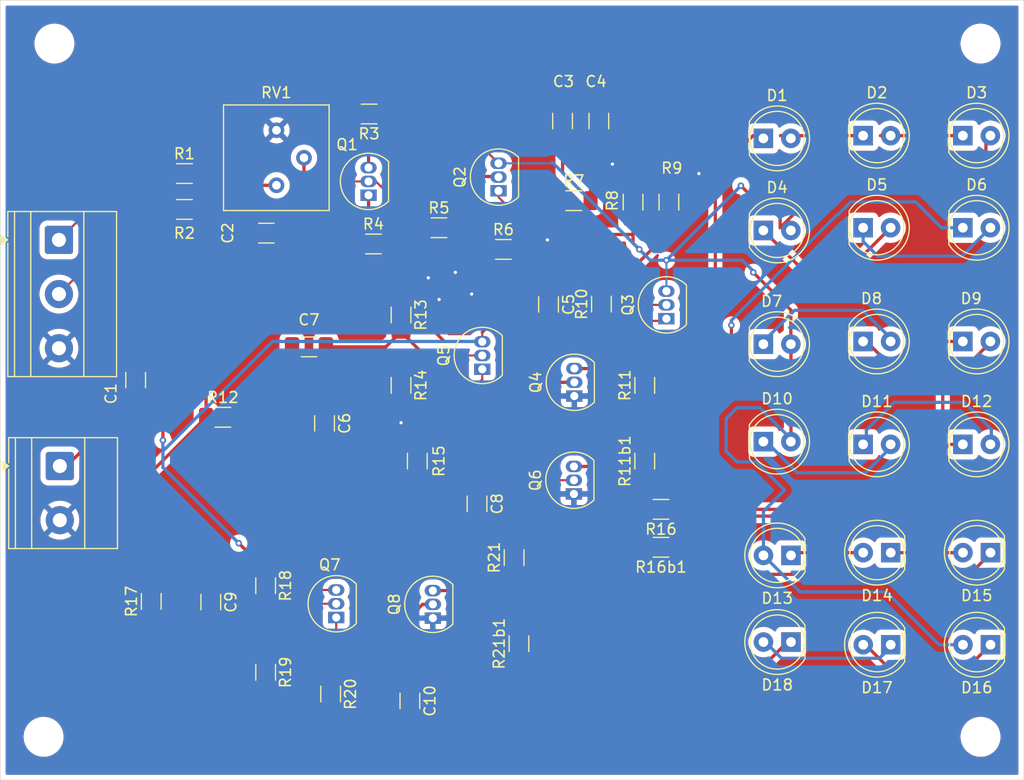
<source format=kicad_pcb>
(kicad_pcb (version 20241229) (generator "pcbnew") (generator_version "9.0")
  (layers (0 "F.Cu" signal) (2 "B.Cu" signal) (13 "F.Paste" user) (15 "B.Paste" user) (5 "F.SilkS" user "F.Silkscreen") (7 "B.SilkS" user "B.Silkscreen") (1 "F.Mask" user) (3 "B.Mask" user) (25 "Edge.Cuts" user))
  (net 0 "")
  (net 1 "VCC")
  (net 2 "GND")
  (net 3 "Net-(Q1-B)")
  (net 4 "Net-(C2-Pad1)")
  (net 5 "Net-(C3-Pad1)")
  (net 6 "Net-(Q3-B)")
  (net 7 "Net-(C6-Pad1)")
  (net 8 "Net-(Q5-B)")
  (net 9 "Net-(Q7-B)")
  (net 10 "Net-(C9-Pad1)")
  (net 11 "Net-(D1-A)")
  (net 12 "Net-(D1-K)")
  (net 13 "Net-(D2-A)")
  (net 14 "Net-(D4-K)")
  (net 15 "Net-(D5-K)")
  (net 16 "Net-(D6-K)")
  (net 17 "Net-(D7-K)")
  (net 18 "Net-(D8-K)")
  (net 19 "Net-(D9-K)")
  (net 20 "Net-(D10-K)")
  (net 21 "Net-(D11-K)")
  (net 22 "Net-(D12-K)")
  (net 23 "Net-(D13-K)")
  (net 24 "Net-(D14-K)")
  (net 25 "Net-(D15-K)")
  (net 26 "Net-(D16-K)")
  (net 27 "Net-(D17-K)")
  (net 28 "Net-(D18-K)")
  (net 29 "Net-(Q1-C)")
  (net 30 "Net-(Q1-E)")
  (net 31 "Net-(Q4-C)")
  (net 32 "Net-(Q6-C)")
  (net 33 "Net-(Q8-C)")
  (net 34 "Net-(R1-Pad2)")
  (net 35 "Net-(Q2-E)")
  (net 36 "Net-(Q3-E)")
  (net 37 "Net-(Q4-B)")
  (net 38 "Net-(Q5-E)")
  (net 39 "Net-(Q6-B)")
  (net 40 "Net-(Q7-E)")
  (net 41 "Net-(Q8-B)")
  (net 42 "Net-(J2-Pin_2)")
  (net 43 "Net-(J2-Pin_1)")
  (footprint "Resistor_SMD:R_1206_3216Metric_Pad1.30x1.75mm_HandSolder" (layer "F.Cu") (at 152.8715 125.276 90)
    (property "Reference" "R21b1")
    (property "Value" "150r")
  )
  (footprint "MountingHole:MountingHole_3.2mm_M3" (layer "F.Cu") (at 108.984 133.876)
    (property "Reference" "H3" (hide yes))
    (property "Value" "MountingHole" (hide yes))
  )
  (footprint "Resistor_SMD:R_1206_3216Metric_Pad1.30x1.75mm_HandSolder" (layer "F.Cu") (at 165.984 116.376 180)
    (property "Reference" "R16b1")
    (property "Value" "150r")
  )
  (footprint "LED_THT:LED_D5.0mm" (layer "F.Cu") (at 177.984 117.126 180)
    (property "Reference" "D13")
    (property "Value" "LED")
  )
  (footprint "Package_TO_SOT_THT:TO-92_Inline" (layer "F.Cu") (at 144.9215 122.916 90)
    (property "Reference" "Q8")
    (property "Value" "MPSA42")
  )
  (footprint "Resistor_SMD:R_1206_3216Metric_Pad1.30x1.75mm_HandSolder" (layer "F.Cu") (at 160.484 93.926 90)
    (property "Reference" "R10")
    (property "Value" "150r")
  )
  (footprint "LED_THT:LED_D5.0mm" (layer "F.Cu") (at 193.854 78.376)
    (property "Reference" "D3")
    (property "Value" "LED")
  )
  (footprint "Resistor_SMD:R_1206_3216Metric_Pad1.30x1.75mm_HandSolder" (layer "F.Cu") (at 152.4215 117.326 90)
    (property "Reference" "R21")
    (property "Value" "150r")
  )
  (footprint "LED_THT:LED_D5.0mm" (layer "F.Cu") (at 196.404 116.876 180)
    (property "Reference" "D15")
    (property "Value" "LED")
  )
  (footprint "LED_THT:LED_D5.0mm" (layer "F.Cu") (at 187.194 116.876 180)
    (property "Reference" "D14")
    (property "Value" "LED")
  )
  (footprint "Resistor_SMD:R_1206_3216Metric_Pad1.30x1.75mm_HandSolder" (layer "F.Cu") (at 121.984 85.186)
    (property "Reference" "R2")
    (property "Value" "1k")
  )
  (footprint "Resistor_SMD:R_1206_3216Metric_Pad1.30x1.75mm_HandSolder" (layer "F.Cu") (at 141.984 94.926 -90)
    (property "Reference" "R13")
    (property "Value" "270k")
  )
  (footprint "Resistor_SMD:R_1206_3216Metric_Pad1.30x1.75mm_HandSolder" (layer "F.Cu") (at 125.534 104.376)
    (property "Reference" "R12")
    (property "Value" "4.7k")
  )
  (footprint "MountingHole:MountingHole_3.2mm_M3" (layer "F.Cu") (at 195.484 133.876)
    (property "Reference" "H4" (hide yes))
    (property "Value" "MountingHole" (hide yes))
  )
  (footprint "Potentiometer_THT:Potentiometer_Bourns_3386P_Vertical" (layer "F.Cu") (at 130.484 82.956)
    (property "Reference" "RV1")
    (property "Value" "R_Potentiometer" (hide yes))
  )
  (footprint "Resistor_SMD:R_1206_3216Metric_Pad1.30x1.75mm_HandSolder" (layer "F.Cu") (at 145.484 86.876)
    (property "Reference" "R5")
    (property "Value" "1.2m")
  )
  (footprint "LED_THT:LED_D5.0mm" (layer "F.Cu") (at 177.984 125.126 180)
    (property "Reference" "D18")
    (property "Value" "LED")
  )
  (footprint "Capacitor_SMD:C_1206_3216Metric_Pad1.33x1.80mm_HandSolder" (layer "F.Cu") (at 124.4215 121.4385 -90)
    (property "Reference" "C9")
    (property "Value" "4.7n")
  )
  (footprint "LED_THT:LED_D5.0mm" (layer "F.Cu") (at 184.644 86.876)
    (property "Reference" "D5")
    (property "Value" "LED")
  )
  (footprint "Package_TO_SOT_THT:TO-92_Inline" (layer "F.Cu") (at 157.944 111.456 90)
    (property "Reference" "Q6")
    (property "Value" "MPSA42")
  )
  (footprint "Capacitor_SMD:C_1206_3216Metric_Pad1.33x1.80mm_HandSolder" (layer "F.Cu") (at 160.2465 77.026 90)
    (property "Reference" "C4")
    (property "Value" "1u")
  )
  (footprint "Resistor_SMD:R_1206_3216Metric_Pad1.30x1.75mm_HandSolder" (layer "F.Cu") (at 157.934 84.376)
    (property "Reference" "R7")
    (property "Value" "4.7k")
  )
  (footprint "Resistor_SMD:R_1206_3216Metric_Pad1.30x1.75mm_HandSolder" (layer "F.Cu") (at 129.484 127.926 -90)
    (property "Reference" "R19")
    (property "Value" "10k")
  )
  (footprint "Capacitor_SMD:C_1206_3216Metric_Pad1.33x1.80mm_HandSolder" (layer "F.Cu") (at 156.8965 77.026 90)
    (property "Reference" "C3")
    (property "Value" "0.22u")
  )
  (footprint "LED_THT:LED_D5.0mm" (layer "F.Cu") (at 187.194 125.376 180)
    (property "Reference" "D17")
    (property "Value" "LED")
  )
  (footprint "Resistor_SMD:R_1206_3216Metric_Pad1.30x1.75mm_HandSolder" (layer "F.Cu") (at 121.984 81.876)
    (property "Reference" "R1")
    (property "Value" "1k")
  )
  (footprint "LED_THT:LED_D5.0mm" (layer "F.Cu") (at 184.644 97.376)
    (property "Reference" "D8")
    (property "Value" "LED")
  )
  (footprint "Capacitor_SMD:C_1206_3216Metric_Pad1.33x1.80mm_HandSolder" (layer "F.Cu") (at 133.484 97.876)
    (property "Reference" "C7")
    (property "Value" "22n")
  )
  (footprint "Resistor_SMD:R_1206_3216Metric_Pad1.30x1.75mm_HandSolder" (layer "F.Cu") (at 165.984 112.876 180)
    (property "Reference" "R16")
    (property "Value" "150r")
  )
  (footprint "MountingHole:MountingHole_3.2mm_M3" (layer "F.Cu") (at 195.484 69.876)
    (property "Reference" "H2" (hide yes))
    (property "Value" "MountingHole" (hide yes))
  )
  (footprint "LED_THT:LED_D5.0mm" (layer "F.Cu") (at 184.644 78.376)
    (property "Reference" "D2")
    (property "Value" "LED")
  )
  (footprint "LED_THT:LED_D5.0mm" (layer "F.Cu") (at 175.434 78.626)
    (property "Reference" "D1")
    (property "Value" "LED")
  )
  (footprint "Resistor_SMD:R_1206_3216Metric_Pad1.30x1.75mm_HandSolder" (layer "F.Cu") (at 139.434 88.376)
    (property "Reference" "R4")
    (property "Value" "47r")
  )
  (footprint "LED_THT:LED_D5.0mm" (layer "F.Cu") (at 193.854 97.376)
    (property "Reference" "D9")
    (property "Value" "LED")
  )
  (footprint "Package_TO_SOT_THT:TO-92_Inline" (layer "F.Cu") (at 149.484 99.94 90)
    (property "Reference" "Q5")
    (property "Value" "MPSA42")
  )
  (footprint "MountingHole:MountingHole_3.2mm_M3" (layer "F.Cu") (at 109.984 69.876)
    (property "Reference" "H1" (hide yes))
    (property "Value" "MountingHole" (hide yes))
  )
  (footprint "Resistor_SMD:R_1206_3216Metric_Pad1.30x1.75mm_HandSolder" (layer "F.Cu") (at 151.434 88.876)
    (property "Reference" "R6")
    (property "Value" "470r")
  )
  (footprint "Resistor_SMD:R_1206_3216Metric_Pad1.30x1.75mm_HandSolder" (layer "F.Cu") (at 129.484 119.926 -90)
    (property "Reference" "R18")
    (property "Value" "270k")
  )
  (footprint "LED_THT:LED_D5.0mm" (layer "F.Cu") (at 175.434 87.126)
    (property "Reference" "D4")
    (property "Value" "LED")
  )
  (footprint "Package_TO_SOT_THT:TO-92_Inline" (layer "F.Cu") (at 157.984 102.416 90)
    (property "Reference" "Q4")
    (property "Value" "MPSA42")
  )
  (footprint "Capacitor_SMD:C_1206_3216Metric_Pad1.33x1.80mm_HandSolder" (layer "F.Cu") (at 149 112.3625 -90)
    (property "Reference" "C8")
    (property "Value" "C_Polarized")
  )
  (footprint "Resistor_SMD:R_1206_3216Metric_Pad1.30x1.75mm_HandSolder" (layer "F.Cu") (at 164.484 108.426 90)
    (property "Reference" "R11b1")
    (property "Value" "270r")
  )
  (footprint "Resistor_SMD:R_1206_3216Metric_Pad1.30x1.75mm_HandSolder" (layer "F.Cu") (at 135.484 129.926 -90)
    (property "Reference" "R20")
    (property "Value" "47r")
  )
  (footprint "LED_THT:LED_D5.0mm" (layer "F.Cu") (at 175.434 106.626)
    (property "Reference" "D10")
    (property "Value" "LED")
  )
  (footprint "Package_TO_SOT_THT:TO-92_Inline" (layer "F.Cu") (at 150.984 83.47 90)
    (property "Reference" "Q2")
    (property "Value" "MPSA42")
  )
  (footprint "Resistor_SMD:R_1206_3216Metric_Pad1.30x1.75mm_HandSolder" (layer "F.Cu") (at 139.034 76.376 180)
    (property "Reference" "R3")
    (property "Value" "10k")
  )
  (footprint "Package_TO_SOT_THT:TO-92_Inline" (layer "F.Cu") (at 166.484 95.27 90)
    (property "Reference" "Q3")
    (property "Value" "MPSA42")
  )
  (footprint "Capacitor_SMD:C_1206_3216Metric_Pad1.33x1.80mm_HandSolder" (layer "F.Cu") (at 155.6 93.9625 -90)
    (property "Reference" "C5")
    (property "Value" "C_Polarized")
  )
  (footprint "Resistor_SMD:R_1206_3216Metric_Pad1.30x1.75mm_HandSolder" (layer "F.Cu") (at 143.484 108.426 -90)
    (property "Reference" "R15")
    (property "Value" "150r")
  )
  (footprint "Resistor_SMD:R_1206_3216Metric_Pad1.30x1.75mm_HandSolder" (layer "F.Cu") (at 164.484 101.426 90)
    (property "Reference" "R11")
    (property "Value" "270r")
  )
  (footprint "LED_THT:LED_D5.0mm" (layer "F.Cu") (at 193.854 86.876)
    (property "Reference" "D6")
    (property "Value" "LED")
  )
  (footprint "Package_TO_SOT_THT:TO-92_Inline" (layer "F.Cu") (at 136 122.86 90)
    (property "Reference" "Q7")
    (property "Value" "MPSA42")
  )
  (footprint "Capacitor_SMD:C_1206_3216Metric_Pad1.33x1.80mm_HandSolder" (layer "F.Cu") (at 129.5465 87.376)
    (property "Reference" "C2")
    (property "Value" "10u")
  )
  (footprint "TerminalBlock_Phoenix:TerminalBlock_Phoenix_MKDS-1,5-2_1x02_P5.00mm_Horizontal" (layer "F.Cu") (at 110.484 108.876 -90)
    (property "Reference" "J3" (hide yes))
    (property "Value" "Screw_Terminal_01x02" (hide yes))
  )
  (footprint "Resistor_SMD:R_1206_3216Metric_Pad1.30x1.75mm_HandSolder" (layer "F.Cu") (at 163.404 84.506 90)
    (property "Reference" "R8")
    (property "Value" "270k")
  )
  (footprint "TerminalBlock_Phoenix:TerminalBlock_Phoenix_MKDS-1,5-3_1x03_P5.00mm_Horizontal" (layer "F.Cu") (at 110.4 88 -90)
    (property "Reference" "J2" (hide yes))
    (property "Value" "Screw_Terminal_01x03" (hide yes))
  )
  (footprint "Resistor_SMD:R_1206_3216Metric_Pad1.30x1.75mm_HandSolder" (layer "F.Cu") (at 118.9215 121.376 90)
    (property "Reference" "R17")
    (property "Value" "47r")
  )
  (footprint "LED_THT:LED_D5.0mm" (layer "F.Cu") (at 184.644 106.876)
    (property "Reference" "D11")
    (property "Value" "LED")
  )
  (footprint "Capacitor_SMD:C_1206_3216Metric_Pad1.33x1.80mm_HandSolder" (layer "F.Cu") (at 134.9215 104.9385 -90)
    (property "Reference" "C6")
    (property "Value" "22n")
  )
  (footprint "Package_TO_SOT_THT:TO-92_Inline" (layer "F.Cu") (at 138.984 83.87 90)
    (property "Reference" "Q1")
    (property "Value" "MPSA42")
  )
  (footprint "LED_THT:LED_D5.0mm" (layer "F.Cu") (at 196.404 125.376 180)
    (property "Reference" "D16")
    (property "Value" "LED")
  )
  (footprint "Capacitor_SMD:C_1206_3216Metric_Pad1.33x1.80mm_HandSolder" (layer "F.Cu") (at 142.8 130.5625 -90)
    (property "Reference" "C10")
    (property "Value" "C_Polarized")
  )
  (footprint "LED_THT:LED_D5.0mm" (layer "F.Cu") (at 175.434 97.626)
    (property "Reference" "D7")
    (property "Value" "LED")
  )
  (footprint "Resistor_SMD:R_1206_3216Metric_Pad1.30x1.75mm_HandSolder" (layer "F.Cu") (at 141.984 101.426 -90)
    (property "Reference" "R14")
    (property "Value" "10k")
  )
  (footprint "Capacitor_SMD:C_1206_3216Metric_Pad1.33x1.80mm_HandSolder" (layer "F.Cu") (at 117.484 100.9385 90)
    (property "Reference" "C1")
    (property "Value" "47u")
  )
  (footprint "Resistor_SMD:R_1206_3216Metric_Pad1.30x1.75mm_HandSolder" (layer "F.Cu") (at 166.714 84.506 90)
    (property "Reference" "R9")
    (property "Value" "10k")
  )
  (footprint "LED_THT:LED_D5.0mm" (layer "F.Cu") (at 193.854 106.876)
    (property "Reference" "D12")
    (property "Value" "LED")
  )
  (gr_rect (start 104.984 65.876) (end 199.484 137.876) (stroke (width 0.05)) (fill no) (layer "Edge.Cuts"))
  (segment (start 181 83) (end 180.86 83) (width 0.3) (layer "F.Cu") (net 1))
  (segment (start 149.484 97.376) (end 149.677851 97.376) (width 0.3) (layer "F.Cu") (net 1))
  (segment (start 177.974 94.474) (end 174.5 91) (width 0.3) (layer "F.Cu") (net 1))
  (segment (start 163.404 86.056) (end 163.404 87.5) (width 0.3) (layer "F.Cu") (net 1))
  (segment (start 174.36 84) (end 177 84) (width 0.3) (layer "F.Cu") (net 1))
  (segment (start 120 105.017) (end 120 106.5) (width 0.3) (layer "F.Cu") (net 1))
  (segment (start 163.404 87.5) (end 163.404 88.296) (width 0.3) (layer "F.Cu") (net 1))
  (segment (start 129.984 118.376) (end 131.944 120.336) (width 0.3) (layer "F.Cu") (net 1))
  (segment (start 136 120.32) (end 131.96 120.32) (width 0.2) (layer "F.Cu") (net 1))
  (segment (start 149.709 97.376) (end 149.484 97.376) (width 0.3) (layer "F.Cu") (net 1))
  (segment (start 145.984 97.376) (end 141.984 93.376) (width 0.3) (layer "F.Cu") (net 1))
  (segment (start 117.484 102.501) (end 111.109 108.876) (width 0.3) (layer "F.Cu") (net 1))
  (segment (start 193.5 82.5) (end 181.5 82.5) (width 0.3) (layer "F.Cu") (net 1))
  (segment (start 117.484 102.501) (end 120 105.017) (width 0.3) (layer "F.Cu") (net 1))
  (segment (start 149.484 96.516) (end 158.5 87.5) (width 0.3) (layer "F.Cu") (net 1))
  (segment (start 149.484 97.4) (end 146.008 97.4) (width 0.2) (layer "F.Cu") (net 1))
  (segment (start 163.404 87.5) (end 159 87.5) (width 0.3) (layer "F.Cu") (net 1))
  (segment (start 117.484 102.501) (end 117.3445 102.6405) (width 0.3) (layer "F.Cu") (net 1))
  (segment (start 195.984 78.376) (end 195.984 80.016) (width 0.3) (layer "F.Cu") (net 1))
  (segment (start 181.5 82.5) (end 181 83) (width 0.3) (layer "F.Cu") (net 1))
  (segment (start 195.984 80.016) (end 193.5 82.5) (width 0.3) (layer "F.Cu") (net 1))
  (segment (start 149.484 96.516) (end 149.484 97.4) (width 0.2) (layer "F.Cu") (net 1))
  (segment (start 129.376 118.376) (end 129.484 118.376) (width 0.3) (layer "F.Cu") (net 1))
  (segment (start 177.974 97.626) (end 177.974 94.474) (width 0.3) (layer "F.Cu") (net 1))
  (segment (start 136 120.32) (end 135.984 120.336) (width 0.3) (layer "F.Cu") (net 1))
  (segment (start 146.524 76.376) (end 146.524 76.47) (width 0.2) (layer "F.Cu") (net 1))
  (segment (start 146.008 97.4) (end 145.984 97.376) (width 0.2) (layer "F.Cu") (net 1))
  (segment (start 163.404 88.296) (end 163.984 88.876) (width 0.3) (layer "F.Cu") (net 1))
  (segment (start 177.984 97.376) (end 177.984 106.376) (width 0.3) (layer "F.Cu") (net 1))
  (segment (start 131.96 120.32) (end 131.944 120.336) (width 0.2) (layer "F.Cu") (net 1))
  (segment (start 127 116) (end 129.376 118.376) (width 0.3) (layer "F.Cu") (net 1))
  (segment (start 177 84) (end 176.984 84.016) (width 0.3) (layer "F.Cu") (net 1))
  (segment (start 173.36 83) (end 174.36 84) (width 0.3) (layer "F.Cu") (net 1))
  (segment (start 129.484 118.376) (end 129.984 118.376) (width 0.3) (layer "F.Cu") (net 1))
  (segment (start 176.984 84.016) (end 176.984 86.876) (width 0.3) (layer "F.Cu") (net 1))
  (segment (start 158.5 87.5) (end 159 87.5) (width 0.3) (layer "F.Cu") (net 1))
  (segment (start 146.524 76.47) (end 150.984 80.93) (width 0.2) (layer "F.Cu") (net 1))
  (segment (start 111.109 108.876) (end 110.484 108.876) (width 0.3) (layer "F.Cu") (net 1))
  (segment (start 180.86 83) (end 176.984 86.876) (width 0.3) (layer "F.Cu") (net 1))
  (segment (start 140.584 76.376) (end 146.524 76.376) (width 0.3) (layer "F.Cu") (net 1))
  (via (at 173.36 83) (size 0.6) (drill 0.3) (layers "F.Cu" "B.Cu") (net 1))
  (via (at 166.484 89.876) (size 0.6) (drill 0.3) (layers "F.Cu" "B.Cu") (net 1))
  (via (at 120 106.5) (size 0.6) (drill 0.3) (layers "F.Cu" "B.Cu") (net 1))
  (via (at 174.5 91) (size 0.6) (drill 0.3) (layers "F.Cu" "B.Cu") (net 1))
  (via (at 127 116) (size 0.6) (drill 0.3) (layers "F.Cu" "B.Cu") (net 1))
  (via (at 163.984 88.876) (size 0.6) (drill 0.3) (layers "F.Cu" "B.Cu") (net 1))
  (segment (start 186.798818 120.5) (end 178.818 120.5) (width 0.3) (layer "B.Cu") (net 1))
  (segment (start 155.85 80.93) (end 150.984 80.93) (width 0.2) (layer "B.Cu") (net 1))
  (segment (start 175.108 103.5) (end 174.193 103.5) (width 0.3) (layer "B.Cu") (net 1))
  (segment (start 173 103.5) (end 174.193 103.5) (width 0.3) (layer "B.Cu") (net 1))
  (segment (start 166.484 89.876) (end 173.36 83) (width 0.3) (layer "B.Cu") (net 1))
  (segment (start 120 107.5) (end 130.124 97.376) (width 0.3) (layer "B.Cu") (net 1))
  (segment (start 175.444 113.056) (end 175.444 116.876) (width 0.3) (layer "B.Cu") (net 1))
  (segment (start 177.399409 111.100591) (end 175.444 113.056) (width 0.3) (layer "B.Cu") (net 1))
  (segment (start 120 107.5) (end 120 109) (width 0.3) (layer "B.Cu") (net 1))
  (segment (start 164.554 89.446) (end 164.984 89.876) (width 0.3) (layer "B.Cu") (net 1))
  (segment (start 178.818 120.5) (end 175.444 117.126) (width 0.3) (layer "B.Cu") (net 1))
  (segment (start 174.5 91) (end 174.5 90.876) (width 0.3) (layer "B.Cu") (net 1))
  (segment (start 193.864 125.376) (end 191.674818 125.376) (width 0.3) (layer "B.Cu") (net 1))
  (segment (start 177.984 106.376) (end 175.108 103.5) (width 0.3) (layer "B.Cu") (net 1))
  (segment (start 120 106.5) (end 120 107.5) (width 0.3) (layer "B.Cu") (net 1))
  (segment (start 191.674818 125.376) (end 186.798818 120.5) (width 0.3) (layer "B.Cu") (net 1))
  (segment (start 174.5 90.876) (end 173.5 89.876) (width 0.3) (layer "B.Cu") (net 1))
  (segment (start 163.984 88.876) (end 164.554 89.446) (width 0.3) (layer "B.Cu") (net 1))
  (segment (start 173 108.5) (end 172 107.5) (width 0.3) (layer "B.Cu") (net 1))
  (segment (start 172 107.5) (end 172 104.5) (width 0.3) (layer "B.Cu") (net 1))
  (segment (start 164.554 89.446) (end 155.944 80.836) (width 0.3) (layer "B.Cu") (net 1))
  (segment (start 164.984 89.876) (end 166.484 89.876) (width 0.3) (layer "B.Cu") (net 1))
  (segment (start 172 104.5) (end 173 103.5) (width 0.3) (layer "B.Cu") (net 1))
  (segment (start 120 109) (end 127 116) (width 0.3) (layer "B.Cu") (net 1))
  (segment (start 130.124 97.376) (end 149.484 97.376) (width 0.3) (layer "B.Cu") (net 1))
  (segment (start 166.484 89.876) (end 166.484 92.73) (width 0.2) (layer "B.Cu") (net 1))
  (segment (start 166.484 89.876) (end 173.5 89.876) (width 0.3) (layer "B.Cu") (net 1))
  (segment (start 173.5 83) (end 173.36 83) (width 0.3) (layer "B.Cu") (net 1))
  (segment (start 174.798818 108.5) (end 173 108.5) (width 0.3) (layer "B.Cu") (net 1))
  (segment (start 177.399409 111.100591) (end 174.798818 108.5) (width 0.3) (layer "B.Cu") (net 1))
  (segment (start 155.944 80.836) (end 155.85 80.93) (width 0.2) (layer "B.Cu") (net 1))
  (segment (start 169.484 81.876) (end 168.484 81.876) (width 0.3) (layer "F.Cu") (net 2))
  (segment (start 141.984 102.976) (end 141.984 104.876) (width 0.3) (layer "F.Cu") (net 2))
  (segment (start 167.404 82.956) (end 166.714 82.956) (width 0.3) (layer "F.Cu") (net 2))
  (segment (start 168.484 81.876) (end 167.404 82.956) (width 0.3) (layer "F.Cu") (net 2))
  (via (at 147 91) (size 0.6) (drill 0.3) (layers "F.Cu" "B.Cu") (net 2))
  (via (at 141.984 104.876) (size 0.6) (drill 0.3) (layers "F.Cu" "B.Cu") (net 2))
  (via (at 169.484 81.876) (size 0.6) (drill 0.3) (layers "F.Cu" "B.Cu") (net 2))
  (via (at 148.5 93) (size 0.6) (drill 0.3) (layers "F.Cu" "B.Cu") (net 2))
  (via (at 144.5 91.5) (size 0.6) (drill 0.3) (layers "F.Cu" "B.Cu") (net 2))
  (via (at 145.5 93.5) (size 0.6) (drill 0.3) (layers "F.Cu" "B.Cu") (net 2))
  (via (at 155.5 88) (size 0.6) (drill 0.3) (layers "F.Cu" "B.Cu") (net 2))
  (via (at 161.5 81) (size 0.6) (drill 0.3) (layers "F.Cu" "B.Cu") (net 2))
  (segment (start 138.984 82.6) (end 135.885 82.6) (width 0.2) (layer "F.Cu") (net 3))
  (segment (start 138.984 82.6) (end 139.658 82.6) (width 0.2) (layer "F.Cu") (net 3))
  (segment (start 135.885 82.6) (end 131.109 87.376) (width 0.2) (layer "F.Cu") (net 3))
  (segment (start 139.658 82.6) (end 143.934 86.876) (width 0.2) (layer "F.Cu") (net 3))
  (segment (start 133.024 82.336) (end 127.984 87.376) (width 0.3) (layer "F.Cu") (net 4))
  (segment (start 133.024 80.416) (end 133.024 82.336) (width 0.3) (layer "F.Cu") (net 4))
  (segment (start 156.8965 78.5885) (end 156.8965 81.7885) (width 0.3) (layer "F.Cu") (net 5))
  (segment (start 160.2465 78.5885) (end 160.2465 79.1135) (width 0.3) (layer "F.Cu") (net 5))
  (segment (start 159.484 79.876) (end 159.484 84.376) (width 0.3) (layer "F.Cu") (net 5))
  (segment (start 156.8965 78.5885) (end 160.2465 78.5885) (width 0.3) (layer "F.Cu") (net 5))
  (segment (start 156.8965 81.7885) (end 159.484 84.376) (width 0.3) (layer "F.Cu") (net 5))
  (segment (start 160.2465 79.1135) (end 159.484 79.876) (width 0.3) (layer "F.Cu") (net 5))
  (segment (start 163 93) (end 163 91) (width 0.3) (layer "F.Cu") (net 6))
  (segment (start 164.292 94) (end 166.484 94) (width 0.2) (layer "F.Cu") (net 6))
  (segment (start 160.2465 75.4635) (end 163.404 78.621) (width 0.3) (layer "F.Cu") (net 6))
  (segment (start 163 91) (end 166.714 87.286) (width 0.3) (layer "F.Cu") (net 6))
  (segment (start 164.146 94.146) (end 163 93) (width 0.3) (layer "F.Cu") (net 6))
  (segment (start 163.404 82.956) (end 163.614 82.956) (width 0.3) (layer "F.Cu") (net 6))
  (segment (start 163.404 78.621) (end 163.404 82.956) (width 0.3) (layer "F.Cu") (net 6))
  (segment (start 163.614 82.956) (end 166.714 86.056) (width 0.3) (layer "F.Cu") (net 6))
  (segment (start 166.714 87.286) (end 166.714 86.056) (width 0.3) (layer "F.Cu") (net 6))
  (segment (start 164.146 94.146) (end 164.292 94) (width 0.2) (layer "F.Cu") (net 6))
  (segment (start 131.9215 97.876) (end 131.9215 100.376) (width 0.3) (layer "F.Cu") (net 7))
  (segment (start 131.9215 100.376) (end 134.9215 103.376) (width 0.3) (layer "F.Cu") (net 7))
  (segment (start 127.084 104.376) (end 133.9215 104.376) (width 0.3) (layer "F.Cu") (net 7))
  (segment (start 133.9215 104.376) (end 134.9215 103.376) (width 0.3) (layer "F.Cu") (net 7))
  (segment (start 141.984 96.476) (end 144.154 98.646) (width 0.3) (layer "F.Cu") (net 8))
  (segment (start 145.754 99.876) (end 146.984 98.646) (width 0.3) (layer "F.Cu") (net 8))
  (segment (start 140.584 97.876) (end 141.984 96.476) (width 0.3) (layer "F.Cu") (net 8))
  (segment (start 147.008 98.67) (end 146.984 98.646) (width 0.2) (layer "F.Cu") (net 8))
  (segment (start 135.484 97.876) (end 137.484 99.876) (width 0.3) (layer "F.Cu") (net 8))
  (segment (start 141.984 99.876) (end 145.754 99.876) (width 0.3) (layer "F.Cu") (net 8))
  (segment (start 149.484 98.67) (end 147.008 98.67) (width 0.2) (layer "F.Cu") (net 8))
  (segment (start 137.484 99.876) (end 141.984 99.876) (width 0.3) (layer "F.Cu") (net 8))
  (segment (start 135.0465 97.876) (end 140.584 97.876) (width 0.3) (layer "F.Cu") (net 8))
  (segment (start 144.154 98.646) (end 146.984 98.646) (width 0.3) (layer "F.Cu") (net 8))
  (segment (start 135.0465 97.876) (end 135.484 97.876) (width 0.3) (layer "F.Cu") (net 8))
  (segment (start 136 121.59) (end 133.016 121.59) (width 0.2) (layer "F.Cu") (net 9))
  (segment (start 129.484 123.5) (end 129.484 126.376) (width 0.3) (layer "F.Cu") (net 9))
  (segment (start 129.484 121.476) (end 129.484 123.5) (width 0.3) (layer "F.Cu") (net 9))
  (segment (start 133.016 121.59) (end 133 121.606) (width 0.2) (layer "F.Cu") (net 9))
  (segment (start 131.106 123.5) (end 133 121.606) (width 0.3) (layer "F.Cu") (net 9))
  (segment (start 127.5 123.5) (end 129.484 123.5) (width 0.3) (layer "F.Cu") (net 9))
  (segment (start 127.001 123.001) (end 127.5 123.5) (width 0.3) (layer "F.Cu") (net 9))
  (segment (start 124.4215 123.001) (end 127.001 123.001) (width 0.3) (layer "F.Cu") (net 9))
  (segment (start 129.484 123.5) (end 131.106 123.5) (width 0.3) (layer "F.Cu") (net 9))
  (segment (start 124.3715 119.826) (end 124.4215 119.876) (width 0.3) (layer "F.Cu") (net 10))
  (segment (start 118.9215 119.826) (end 124.3715 119.826) (width 0.3) (layer "F.Cu") (net 10))
  (segment (start 177.014 78.376) (end 183.699 78.376) (width 0.3) (layer "F.Cu") (net 11))
  (segment (start 171 96.46) (end 164.484 102.976) (width 0.3) (layer "F.Cu") (net 12))
  (segment (start 174.474 78.376) (end 171 81.85) (width 0.3) (layer "F.Cu") (net 12))
  (segment (start 171 81.85) (end 171 96.46) (width 0.3) (layer "F.Cu") (net 12))
  (segment (start 186.239 78.376) (end 193.444 78.376) (width 0.3) (layer "F.Cu") (net 13))
  (segment (start 183.56 90.5) (end 178.808 90.5) (width 0.3) (layer "F.Cu") (net 14))
  (segment (start 178.808 90.5) (end 175.434 87.126) (width 0.3) (layer "F.Cu") (net 14))
  (segment (start 187.184 86.876) (end 183.56 90.5) (width 0.3) (layer "F.Cu") (net 14))
  (segment (start 184.644 88.144) (end 186 89.5) (width 0.3) (layer "B.Cu") (net 15))
  (segment (start 193.77 89.5) (end 186 89.5) (width 0.3) (layer "B.Cu") (net 15))
  (segment (start 184.644 86.876) (end 184.644 88.144) (width 0.3) (layer "B.Cu") (net 15))
  (segment (start 196.394 86.876) (end 193.77 89.5) (width 0.3) (layer "B.Cu") (net 15))
  (segment (start 164.484 109.976) (end 172.484 101.976) (width 0.3) (layer "F.Cu") (net 16))
  (segment (start 172.484 101.976) (end 172.484 95.876) (width 0.3) (layer "F.Cu") (net 16))
  (via (at 172.484 95.876) (size 0.6) (drill 0.3) (layers "F.Cu" "B.Cu") (net 16))
  (segment (start 182.325 85.675) (end 183.5 84.5) (width 0.3) (layer "B.Cu") (net 16))
  (segment (start 182.243 85.675) (end 182.325 85.675) (width 0.3) (layer "B.Cu") (net 16))
  (segment (start 191.876 86.876) (end 193.854 86.876) (width 0.3) (layer "B.Cu") (net 16))
  (segment (start 172.484 95.876) (end 172.484 95.434) (width 0.3) (layer "B.Cu") (net 16))
  (segment (start 183.5 84.5) (end 189.5 84.5) (width 0.3) (layer "B.Cu") (net 16))
  (segment (start 189.5 84.5) (end 191.876 86.876) (width 0.3) (layer "B.Cu") (net 16))
  (segment (start 172.484 95.434) (end 182.243 85.675) (width 0.3) (layer "B.Cu") (net 16))
  (segment (start 184.608 94.5) (end 187.484 97.376) (width 0.3) (layer "B.Cu") (net 17))
  (segment (start 178.32 94.5) (end 184.608 94.5) (width 0.3) (layer "B.Cu") (net 17))
  (segment (start 175.444 97.376) (end 178.32 94.5) (width 0.3) (layer "B.Cu") (net 17))
  (segment (start 187.068 99.5) (end 194.5 99.5) (width 0.3) (layer "F.Cu") (net 18))
  (segment (start 184.944 97.376) (end 187.068 99.5) (width 0.3) (layer "F.Cu") (net 18))
  (segment (start 194.5 99.36) (end 196.484 97.376) (width 0.3) (layer "F.Cu") (net 18))
  (segment (start 194.5 99.5) (end 194.5 99.36) (width 0.3) (layer "F.Cu") (net 18))
  (segment (start 192.888 93.112) (end 191 95) (width 0.3) (layer "F.Cu") (net 19))
  (segment (start 198.5 100) (end 198.5 94) (width 0.3) (layer "F.Cu") (net 19))
  (segment (start 193 93.112) (end 192.888 93.112) (width 0.3) (layer "F.Cu") (net 19))
  (segment (start 185.624 112.876) (end 192 106.5) (width 0.3) (layer "F.Cu") (net 19))
  (segment (start 192 102) (end 194 100) (width 0.3) (layer "F.Cu") (net 19))
  (segment (start 191.376 97.376) (end 193.944 97.376) (width 0.3) (layer "F.Cu") (net 19))
  (segment (start 198.5 94) (end 197 92.5) (width 0.3) (layer "F.Cu") (net 19))
  (segment (start 192 106.5) (end 192 102) (width 0.3) (layer "F.Cu") (net 19))
  (segment (start 167.534 112.876) (end 185.624 112.876) (width 0.3) (layer "F.Cu") (net 19))
  (segment (start 191 95) (end 191 97) (width 0.3) (layer "F.Cu") (net 19))
  (segment (start 193 92.5) (end 193 93.112) (width 0.3) (layer "F.Cu") (net 19))
  (segment (start 197 92.5) (end 193 92.5) (width 0.3) (layer "F.Cu") (net 19))
  (segment (start 194 100) (end 198.5 100) (width 0.3) (layer "F.Cu") (net 19))
  (segment (start 191 97) (end 191.376 97.376) (width 0.3) (layer "F.Cu") (net 19))
  (segment (start 187.484 106.876) (end 184.86 109.5) (width 0.3) (layer "B.Cu") (net 20))
  (segment (start 184.86 109.5) (end 178.568 109.5) (width 0.3) (layer "B.Cu") (net 20))
  (segment (start 178.568 109.5) (end 175.444 106.376) (width 0.3) (layer "B.Cu") (net 20))
  (segment (start 184.944 105.556) (end 184.944 106.876) (width 0.3) (layer "B.Cu") (net 21))
  (segment (start 194 103) (end 187.5 103) (width 0.3) (layer "B.Cu") (net 21))
  (segment (start 196.484 106.876) (end 196.484 105.484) (width 0.3) (layer "B.Cu") (net 21))
  (segment (start 187.5 103) (end 184.944 105.556) (width 0.3) (layer "B.Cu") (net 21))
  (segment (start 196.484 105.484) (end 194 103) (width 0.3) (layer "B.Cu") (net 21))
  (segment (start 173.5 113.5) (end 186 113.5) (width 0.3) (layer "F.Cu") (net 22))
  (segment (start 167.534 116.376) (end 170.624 116.376) (width 0.3) (layer "F.Cu") (net 22))
  (segment (start 186 113.5) (end 192.624 106.876) (width 0.3) (layer "F.Cu") (net 22))
  (segment (start 170.624 116.376) (end 173.5 113.5) (width 0.3) (layer "F.Cu") (net 22))
  (segment (start 192.624 106.876) (end 193.944 106.876) (width 0.3) (layer "F.Cu") (net 22))
  (segment (start 177.984 116.876) (end 184.944 116.876) (width 0.3) (layer "F.Cu") (net 23))
  (segment (start 187.484 116.876) (end 193.944 116.876) (width 0.3) (layer "F.Cu") (net 24))
  (segment (start 196.484 116.876) (end 194.484 118.876) (width 0.3) (layer "F.Cu") (net 25))
  (segment (start 194.484 118.876) (end 152.4215 118.876) (width 0.3) (layer "F.Cu") (net 25))
  (segment (start 187.364 127.876) (end 193.904 127.876) (width 0.3) (layer "F.Cu") (net 26))
  (segment (start 193.904 127.876) (end 196.404 125.376) (width 0.3) (layer "F.Cu") (net 26))
  (segment (start 184.864 125.376) (end 187.364 127.876) (width 0.3) (layer "F.Cu") (net 26))
  (segment (start 175.364 124.876) (end 177.115 126.627) (width 0.3) (layer "B.Cu") (net 27))
  (segment (start 177.115 126.627) (end 186.153 126.627) (width 0.3) (layer "B.Cu") (net 27))
  (segment (start 186.153 126.627) (end 187.404 125.376) (width 0.3) (layer "B.Cu") (net 27))
  (segment (start 152.8715 126.826) (end 175.954 126.826) (width 0.3) (layer "F.Cu") (net 28))
  (segment (start 175.954 126.826) (end 177.904 124.876) (width 0.3) (layer "F.Cu") (net 28))
  (segment (start 137.484 76.376) (end 143.254 82.146) (width 0.3) (layer "F.Cu") (net 29))
  (segment (start 138.984 77.876) (end 137.484 76.376) (width 0.3) (layer "F.Cu") (net 29))
  (segment (start 143.254 82.146) (end 150.984 82.146) (width 0.3) (layer "F.Cu") (net 29))
  (segment (start 138.984 81.376) (end 138.984 77.876) (width 0.3) (layer "F.Cu") (net 29))
  (segment (start 138.984 83.916) (end 139.444 83.916) (width 0.3) (layer "F.Cu") (net 30))
  (segment (start 138.984 87.276) (end 137.884 88.376) (width 0.3) (layer "F.Cu") (net 30))
  (segment (start 138.984 83.916) (end 138.984 87.276) (width 0.3) (layer "F.Cu") (net 30))
  (segment (start 164.484 99.876) (end 163.258 101.102) (width 0.3) (layer "F.Cu") (net 31))
  (segment (start 163.258 105.65) (end 164.484 106.876) (width 0.3) (layer "F.Cu") (net 31))
  (segment (start 157.984 99.876) (end 164.484 99.876) (width 0.3) (layer "F.Cu") (net 31))
  (segment (start 163.258 101.102) (end 163.258 105.65) (width 0.3) (layer "F.Cu") (net 31))
  (segment (start 157.944 108.916) (end 160.474 108.916) (width 0.3) (layer "F.Cu") (net 32))
  (segment (start 164.434 112.876) (end 164.434 116.376) (width 0.3) (layer "F.Cu") (net 32))
  (segment (start 160.474 108.916) (end 164.434 112.876) (width 0.3) (layer "F.Cu") (net 32))
  (segment (start 147.90275 120.29475) (end 151.334 123.726) (width 0.3) (layer "F.Cu") (net 33))
  (segment (start 147.90275 120.29475) (end 152.4215 115.776) (width 0.3) (layer "F.Cu") (net 33))
  (segment (start 147.8215 120.376) (end 147.90275 120.29475) (width 0.3) (layer "F.Cu") (net 33))
  (segment (start 144.9215 120.376) (end 147.8215 120.376) (width 0.3) (layer "F.Cu") (net 33))
  (segment (start 151.334 123.726) (end 152.8715 123.726) (width 0.3) (layer "F.Cu") (net 33))
  (segment (start 123.534 85.186) (end 123.534 81.876) (width 0.3) (layer "F.Cu") (net 34))
  (segment (start 123.534 81.876) (end 124.484 81.876) (width 0.3) (layer "F.Cu") (net 34))
  (segment (start 124.484 81.876) (end 125.564 82.956) (width 0.3) (layer "F.Cu") (net 34))
  (segment (start 125.564 82.956) (end 130.484 82.956) (width 0.3) (layer "F.Cu") (net 34))
  (segment (start 118.9215 122.926) (end 116.8475 125) (width 0.3) (layer "F.Cu") (net 35))
  (segment (start 148.484 88.876) (end 149.884 88.876) (width 0.3) (layer "F.Cu") (net 35))
  (segment (start 150.984 83.47) (end 150.984 84.06) (width 0.2) (layer "F.Cu") (net 35))
  (segment (start 117.93 115.57) (end 117.93 110.43) (width 0.3) (layer "F.Cu") (net 35))
  (segment (start 153.8 86.876) (end 153.884 86.876) (width 0.3) (layer "F.Cu") (net 35))
  (segment (start 150.984 84.06) (end 153.8 86.876) (width 0.2) (layer "F.Cu") (net 35))
  (segment (start 125.5 94.5) (end 125.5 96) (width 0.3) (layer "F.Cu") (net 35))
  (segment (start 123.984 97.516) (end 123.984 104.376) (width 0.3) (layer "F.Cu") (net 35))
  (segment (start 153.884 86.876) (end 156.384 84.376) (width 0.3) (layer "F.Cu") (net 35))
  (segment (start 147.034 87.426) (end 148.484 88.876) (width 0.3) (layer "F.Cu") (net 35))
  (segment (start 115 118.5) (end 117.93 115.57) (width 0.3) (layer "F.Cu") (net 35))
  (segment (start 147.034 86.876) (end 147.034 87.426) (width 0.3) (layer "F.Cu") (net 35))
  (segment (start 115 124.5) (end 115 118.5) (width 0.3) (layer "F.Cu") (net 35))
  (segment (start 147.034 86.876) (end 153.8 86.876) (width 0.3) (layer "F.Cu") (net 35))
  (segment (start 115.5 125) (end 115 124.5) (width 0.3) (layer "F.Cu") (net 35))
  (segment (start 116.8475 125) (end 115.5 125) (width 0.3) (layer "F.Cu") (net 35))
  (segment (start 147.034 86.876) (end 146.384 86.876) (width 0.3) (layer "F.Cu") (net 35))
  (segment (start 146.384 86.876) (end 138.76 94.5) (width 0.3) (layer "F.Cu") (net 35))
  (segment (start 125.5 96) (end 123.984 97.516) (width 0.3) (layer "F.Cu") (net 35))
  (segment (start 150.984 83.376) (end 150.534 83.376) (width 0.3) (layer "F.Cu") (net 35))
  (segment (start 123.984 104.376) (end 117.93 110.43) (width 0.3) (layer "F.Cu") (net 35))
  (segment (start 138.76 94.5) (end 125.5 94.5) (width 0.3) (layer "F.Cu") (net 35))
  (segment (start 166.278 95.476) (end 166.484 95.27) (width 0.2) (layer "F.Cu") (net 36))
  (segment (start 160.484 95.476) (end 166.278 95.476) (width 0.2) (layer "F.Cu") (net 36))
  (segment (start 160.544 95.416) (end 160.484 95.476) (width 0.3) (layer "F.Cu") (net 36))
  (segment (start 157.4 92.4) (end 158 93) (width 0.2) (layer "F.Cu") (net 37))
  (segment (start 155.5 98) (end 155 98.5) (width 0.3) (layer "F.Cu") (net 37))
  (segment (start 158.484 92.376) (end 160.484 92.376) (width 0.3) (layer "F.Cu") (net 37))
  (segment (start 158.484 92.376) (end 158 92.86) (width 0.3) (layer "F.Cu") (net 37))
  (segment (start 155 98.5) (end 155 100) (width 0.3) (layer "F.Cu") (net 37))
  (segment (start 155.6 92.4) (end 157.4 92.4) (width 0.2) (layer "F.Cu") (net 37))
  (segment (start 155 100) (end 156.146 101.146) (width 0.3) (layer "F.Cu") (net 37))
  (segment (start 158 98) (end 155.5 98) (width 0.3) (layer "F.Cu") (net 37))
  (segment (start 158 92.86) (end 158 93) (width 0.3) (layer "F.Cu") (net 37))
  (segment (start 158 93) (end 158 98) (width 0.3) (layer "F.Cu") (net 37))
  (segment (start 156.146 101.146) (end 157.984 101.146) (width 0.3) (layer "F.Cu") (net 37))
  (segment (start 149.484 99.94) (end 149.484 100.876) (width 0.2) (layer "F.Cu") (net 38))
  (segment (start 149.484 100.876) (end 143.484 106.876) (width 0.2) (layer "F.Cu") (net 38))
  (segment (start 157.944 110.186) (end 149.614 110.186) (width 0.2) (layer "F.Cu") (net 39))
  (segment (start 149 110.8) (end 144.46 110.8) (width 0.2) (layer "F.Cu") (net 39))
  (segment (start 144.46 110.8) (end 144.384 110.876) (width 0.2) (layer "F.Cu") (net 39))
  (segment (start 144.384 110.876) (end 143.484 109.976) (width 0.3) (layer "F.Cu") (net 39))
  (segment (start 149.614 110.186) (end 149 110.8) (width 0.2) (layer "F.Cu") (net 39))
  (segment (start 136 122.86) (end 136 127.86) (width 0.2) (layer "F.Cu") (net 40))
  (segment (start 135.984 127.876) (end 135.484 128.376) (width 0.3) (layer "F.Cu") (net 40))
  (segment (start 136 127.86) (end 135.484 128.376) (width 0.2) (layer "F.Cu") (net 40))
  (segment (start 138.1465 128.8135) (end 138.984 128.8135) (width 0.3) (layer "F.Cu") (net 41))
  (segment (start 138.984 127.8) (end 138.984 126.6335) (width 0.3) (layer "F.Cu") (net 41))
  (segment (start 135.484 131.476) (end 138.1465 128.8135) (width 0.3) (layer "F.Cu") (net 41))
  (segment (start 138.984 126.6335) (end 143.9715 121.646) (width 0.3) (layer "F.Cu") (net 41))
  (segment (start 138.984 128.8135) (end 138.984 127.8) (width 0.3) (layer "F.Cu") (net 41))
  (segment (start 143.9715 121.646) (end 144.9215 121.646) (width 0.3) (layer "F.Cu") (net 41))
  (segment (start 140.184 129) (end 138.984 127.8) (width 0.2) (layer "F.Cu") (net 41))
  (segment (start 142.8 129) (end 140.184 129) (width 0.2) (layer "F.Cu") (net 41))
  (segment (start 118.174 85.186) (end 120.434 85.186) (width 0.3) (layer "F.Cu") (net 42))
  (segment (start 118.174 85.186) (end 118.174 85.226) (width 0.2) (layer "F.Cu") (net 42))
  (segment (start 118.174 85.226) (end 110.4 93) (width 0.2) (layer "F.Cu") (net 42))
  (segment (start 118.484 81.876) (end 120.434 81.876) (width 0.3) (layer "F.Cu") (net 43))
  (segment (start 116.984 81.376) (end 116.984 81.416) (width 0.2) (layer "F.Cu") (net 43))
  (segment (start 116.984 81.416) (end 110.4 88) (width 0.2) (layer "F.Cu") (net 43))
  (segment (start 117.984 81.376) (end 118.484 81.876) (width 0.3) (layer "F.Cu") (net 43))
  (segment (start 116.984 81.376) (end 117.984 81.376) (width 0.3) (layer "F.Cu") (net 43))
  (zone (net 2) (net_name "GND") (layers "F.Cu" "B.Cu") (connect_pads (clearance 0.5)) (min_thickness 0.25) (fill yes (thermal_gap 0.5) (thermal_bridge_width 0.5))
    (polygon (pts (xy 104.984 137.876) (xy 199.484 137.876) (xy 199.484 65.876) (xy 104.984 65.876)))
  )
)
</source>
